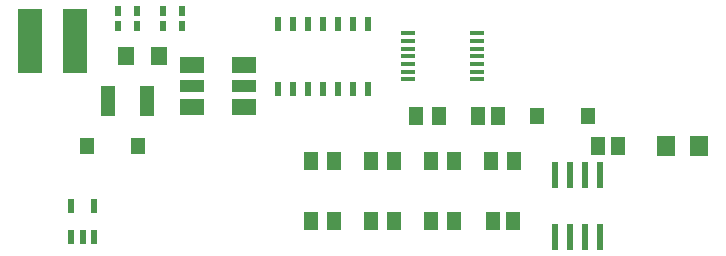
<source format=gtp>
G75*
G70*
%OFA0B0*%
%FSLAX24Y24*%
%IPPOS*%
%LPD*%
%AMOC8*
5,1,8,0,0,1.08239X$1,22.5*
%
%ADD10R,0.0472X0.0118*%
%ADD11R,0.0197X0.0472*%
%ADD12R,0.0512X0.0630*%
%ADD13R,0.0512X0.0591*%
%ADD14R,0.0236X0.0866*%
%ADD15R,0.0500X0.0579*%
%ADD16R,0.0787X0.0551*%
%ADD17R,0.0787X0.0394*%
%ADD18R,0.0630X0.0709*%
%ADD19R,0.0217X0.0472*%
%ADD20R,0.0846X0.2165*%
%ADD21R,0.0551X0.0630*%
%ADD22R,0.0472X0.0984*%
%ADD23R,0.0236X0.0354*%
D10*
X015246Y006932D03*
X015246Y007188D03*
X015246Y007443D03*
X015246Y007699D03*
X015246Y007955D03*
X015246Y008211D03*
X015246Y008467D03*
X017529Y008467D03*
X017529Y008211D03*
X017529Y007955D03*
X017529Y007699D03*
X017529Y007443D03*
X017529Y007188D03*
X017529Y006932D03*
D11*
X013888Y006617D03*
X013388Y006617D03*
X012888Y006617D03*
X012388Y006617D03*
X011888Y006617D03*
X011388Y006617D03*
X010888Y006617D03*
X010888Y008782D03*
X011388Y008782D03*
X011888Y008782D03*
X012388Y008782D03*
X012888Y008782D03*
X013388Y008782D03*
X013888Y008782D03*
D12*
X015514Y005699D03*
X016262Y005699D03*
X016014Y004199D03*
X016762Y004199D03*
X018014Y004199D03*
X018762Y004199D03*
X014762Y004199D03*
X014014Y004199D03*
X012762Y004199D03*
X012014Y004199D03*
X012014Y002199D03*
X012762Y002199D03*
X014014Y002199D03*
X014762Y002199D03*
X016014Y002199D03*
X016762Y002199D03*
D13*
X018053Y002199D03*
X018722Y002199D03*
X021553Y004699D03*
X022222Y004699D03*
X018222Y005699D03*
X017553Y005699D03*
D14*
X020138Y003723D03*
X020638Y003723D03*
X021138Y003723D03*
X021638Y003723D03*
X021638Y001676D03*
X021138Y001676D03*
X020638Y001676D03*
X020138Y001676D03*
D15*
X019541Y005699D03*
X021234Y005699D03*
X006234Y004699D03*
X004541Y004699D03*
D16*
X008021Y005991D03*
X009754Y005991D03*
X009754Y007408D03*
X008021Y007408D03*
D17*
X008021Y006699D03*
X009754Y006699D03*
D18*
X023836Y004699D03*
X024939Y004699D03*
D19*
X004014Y001688D03*
X004388Y001688D03*
X004762Y001688D03*
X004762Y002711D03*
X004014Y002711D03*
D20*
X004143Y008199D03*
X002632Y008199D03*
D21*
X005836Y007699D03*
X006939Y007699D03*
D22*
X006537Y006199D03*
X005238Y006199D03*
D23*
X005578Y008699D03*
X006198Y008699D03*
X007078Y008699D03*
X007698Y008699D03*
X007698Y009199D03*
X007078Y009199D03*
X006198Y009199D03*
X005578Y009199D03*
M02*

</source>
